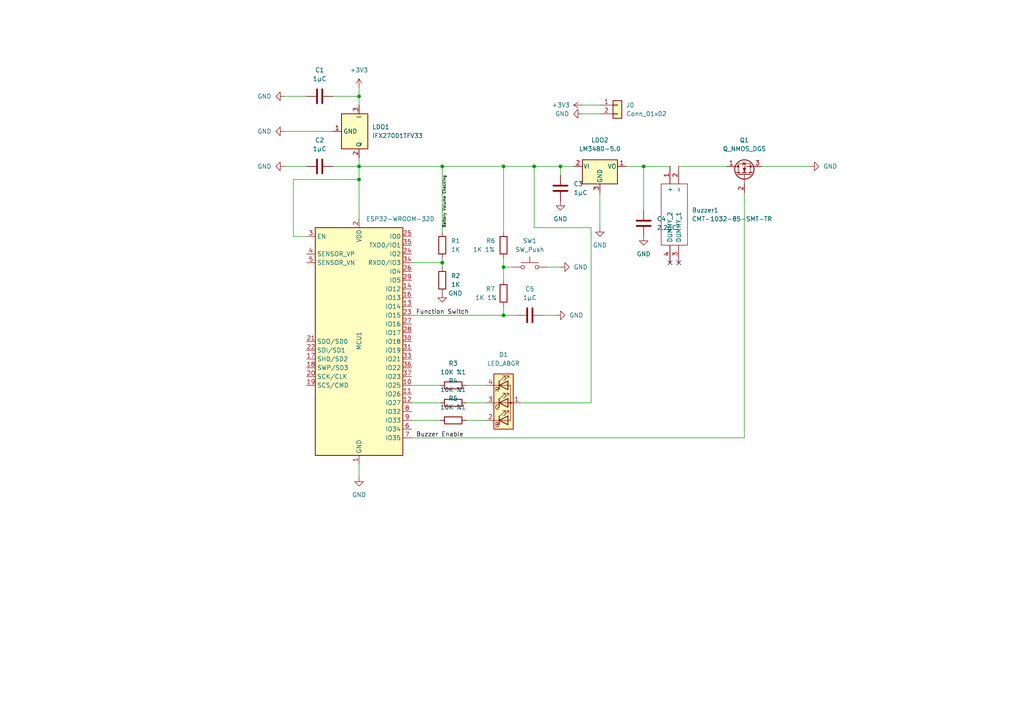
<source format=kicad_sch>
(kicad_sch (version 20211123) (generator eeschema)
  (paper "A4")
  (lib_symbols
    (symbol "CMT-1032-85-SMT-TR:CMT-1032-85-SMT-TR" (pin_names (offset 0.762))
      (property "Reference" "LS" (at 24.13 7.62 0))
      (property "Value" "CMT-1032-85-SMT-TR" (at 24.13 5.08 0))
      (symbol "CMT-1032-85-SMT-TR_0_0"
        (pin passive line (at 27.94 0 180) (length 5.08) (name "+") (number "1"))
        (pin passive line (at 27.94 -2.54 180) (length 5.08) (name "-") (number "2"))
        (pin passive line (at 0 -2.54 0) (length 5.08) (name "DUMMY_1") (number "3"))
        (pin passive line (at 0 0 0) (length 5.08) (name "DUMMY_2") (number "4"))
      )
      (symbol "CMT-1032-85-SMT-TR_0_1"
        (polyline (pts (xy 5.08 2.54) (xy 22.86 2.54) (xy 22.86 -5.08) (xy 5.08 -5.08) (xy 5.08 2.54)) (stroke (width 0.1524)))
      )
    )
    (symbol "Connector_Generic:Conn_01x02" (pin_names (offset 1.016) hide)
      (property "Reference" "J" (at 0 2.54 0))
      (property "Value" "Conn_01x02" (at 0 -5.08 0))
      (symbol "Conn_01x02_1_1"
        (rectangle (start -1.27 -2.413) (end 0 -2.667) (stroke (width 0.1524)))
        (rectangle (start -1.27 0.127) (end 0 -0.127) (stroke (width 0.1524)))
        (rectangle (start -1.27 1.27) (end 1.27 -3.81) (stroke (width 0.254)) (fill (type background)))
        (pin passive line (at -5.08 0 0) (length 3.81) (name "Pin_1") (number "1"))
        (pin passive line (at -5.08 -2.54 0) (length 3.81) (name "Pin_2") (number "2"))
      )
    )
    (symbol "Device:C" (pin_numbers hide) (pin_names (offset 0.254))
      (property "Reference" "C" (at 0.635 2.54 0))
      (property "Value" "C" (at 0.635 -2.54 0))
      (symbol "C_0_1"
        (polyline (pts (xy -2.032 -0.762) (xy 2.032 -0.762)) (stroke (width 0.508)))
        (polyline (pts (xy -2.032 0.762) (xy 2.032 0.762)) (stroke (width 0.508)))
      )
      (symbol "C_1_1"
        (pin passive line (at 0 3.81 270) (length 2.794) (name "~") (number "1"))
        (pin passive line (at 0 -3.81 90) (length 2.794) (name "~") (number "2"))
      )
    )
    (symbol "Device:LED_ABGR" (pin_names (offset 0) hide)
      (property "Reference" "D" (at 0 9.398 0))
      (property "Value" "LED_ABGR" (at 0 -8.89 0))
      (symbol "LED_ABGR_0_0"
        (text "B" (at -1.905 -6.35 0) (effects (font (size 1.27 1.27))))
        (text "G" (at -1.905 -1.27 0) (effects (font (size 1.27 1.27))))
        (text "R" (at -1.905 3.81 0) (effects (font (size 1.27 1.27))))
      )
      (symbol "LED_ABGR_0_1"
        (polyline (pts (xy -1.27 -5.08) (xy -2.54 -5.08)))
        (polyline (pts (xy -1.27 -5.08) (xy 1.27 -5.08)))
        (polyline (pts (xy -1.27 -3.81) (xy -1.27 -6.35)) (stroke (width 0.254)))
        (polyline (pts (xy -1.27 0) (xy -2.54 0)))
        (polyline (pts (xy -1.27 1.27) (xy -1.27 -1.27)) (stroke (width 0.254)))
        (polyline (pts (xy -1.27 5.08) (xy -2.54 5.08)))
        (polyline (pts (xy -1.27 5.08) (xy 1.27 5.08)))
        (polyline (pts (xy -1.27 6.35) (xy -1.27 3.81)) (stroke (width 0.254)))
        (polyline (pts (xy 1.27 0) (xy -1.27 0)))
        (polyline (pts (xy 1.27 0) (xy 2.54 0)))
        (polyline (pts (xy -1.27 1.27) (xy -1.27 -1.27) (xy -1.27 -1.27)))
        (polyline (pts (xy -1.27 6.35) (xy -1.27 3.81) (xy -1.27 3.81)))
        (polyline (pts (xy 1.27 -5.08) (xy 2.032 -5.08) (xy 2.032 5.08) (xy 1.27 5.08)))
        (polyline (pts (xy 1.27 -3.81) (xy 1.27 -6.35) (xy -1.27 -5.08) (xy 1.27 -3.81)) (stroke (width 0.254)))
        (polyline (pts (xy 1.27 1.27) (xy 1.27 -1.27) (xy -1.27 0) (xy 1.27 1.27)) (stroke (width 0.254)))
        (polyline (pts (xy 1.27 6.35) (xy 1.27 3.81) (xy -1.27 5.08) (xy 1.27 6.35)) (stroke (width 0.254)))
        (polyline (pts (xy -1.016 -3.81) (xy 0.508 -2.286) (xy -0.254 -2.286) (xy 0.508 -2.286) (xy 0.508 -3.048)))
        (polyline (pts (xy -1.016 1.27) (xy 0.508 2.794) (xy -0.254 2.794) (xy 0.508 2.794) (xy 0.508 2.032)))
        (polyline (pts (xy -1.016 6.35) (xy 0.508 7.874) (xy -0.254 7.874) (xy 0.508 7.874) (xy 0.508 7.112)))
        (polyline (pts (xy 0 -3.81) (xy 1.524 -2.286) (xy 0.762 -2.286) (xy 1.524 -2.286) (xy 1.524 -3.048)))
        (polyline (pts (xy 0 1.27) (xy 1.524 2.794) (xy 0.762 2.794) (xy 1.524 2.794) (xy 1.524 2.032)))
        (polyline (pts (xy 0 6.35) (xy 1.524 7.874) (xy 0.762 7.874) (xy 1.524 7.874) (xy 1.524 7.112)))
        (rectangle (start 1.27 -1.27) (end 1.27 1.27))
        (rectangle (start 1.27 1.27) (end 1.27 1.27))
        (rectangle (start 1.27 3.81) (end 1.27 6.35))
        (rectangle (start 1.27 6.35) (end 1.27 6.35))
        (circle (center 2.032 0) (radius 0.254) (fill (type outline)))
        (rectangle (start 2.794 8.382) (end -2.794 -7.62) (stroke (width 0.254)) (fill (type background)))
      )
      (symbol "LED_ABGR_1_1"
        (pin passive line (at 5.08 0 180) (length 2.54) (name "A") (number "1"))
        (pin passive line (at -5.08 -5.08 0) (length 2.54) (name "BK") (number "2"))
        (pin passive line (at -5.08 0 0) (length 2.54) (name "GK") (number "3"))
        (pin passive line (at -5.08 5.08 0) (length 2.54) (name "RK") (number "4"))
      )
    )
    (symbol "Device:Q_NMOS_DGS" (pin_names (offset 0) hide)
      (property "Reference" "Q" (at 5.08 1.27 0))
      (property "Value" "Q_NMOS_DGS" (at 5.08 -1.27 0))
      (symbol "Q_NMOS_DGS_0_1"
        (polyline (pts (xy 0.254 0) (xy -2.54 0)))
        (polyline (pts (xy 0.254 1.905) (xy 0.254 -1.905)) (stroke (width 0.254)))
        (polyline (pts (xy 0.762 -1.27) (xy 0.762 -2.286)) (stroke (width 0.254)))
        (polyline (pts (xy 0.762 0.508) (xy 0.762 -0.508)) (stroke (width 0.254)))
        (polyline (pts (xy 0.762 2.286) (xy 0.762 1.27)) (stroke (width 0.254)))
        (polyline (pts (xy 2.54 2.54) (xy 2.54 1.778)))
        (polyline (pts (xy 2.54 -2.54) (xy 2.54 0) (xy 0.762 0)))
        (polyline (pts (xy 0.762 -1.778) (xy 3.302 -1.778) (xy 3.302 1.778) (xy 0.762 1.778)))
        (polyline (pts (xy 1.016 0) (xy 2.032 0.381) (xy 2.032 -0.381) (xy 1.016 0)) (fill (type outline)))
        (polyline (pts (xy 2.794 0.508) (xy 2.921 0.381) (xy 3.683 0.381) (xy 3.81 0.254)))
        (polyline (pts (xy 3.302 0.381) (xy 2.921 -0.254) (xy 3.683 -0.254) (xy 3.302 0.381)))
        (circle (center 1.651 0) (radius 2.794) (stroke (width 0.254)))
        (circle (center 2.54 -1.778) (radius 0.254) (fill (type outline)))
        (circle (center 2.54 1.778) (radius 0.254) (fill (type outline)))
      )
      (symbol "Q_NMOS_DGS_1_1"
        (pin passive line (at 2.54 5.08 270) (length 2.54) (name "D") (number "1"))
        (pin input line (at -5.08 0 0) (length 2.54) (name "G") (number "2"))
        (pin passive line (at 2.54 -5.08 90) (length 2.54) (name "S") (number "3"))
      )
    )
    (symbol "Device:R" (pin_numbers hide) (pin_names (offset 0))
      (property "Reference" "R" (at 2.032 0 90))
      (property "Value" "R" (at 0 0 90))
      (symbol "R_0_1"
        (rectangle (start -1.016 -2.54) (end 1.016 2.54) (stroke (width 0.254)))
      )
      (symbol "R_1_1"
        (pin passive line (at 0 3.81 270) (length 1.27) (name "~") (number "1"))
        (pin passive line (at 0 -3.81 90) (length 1.27) (name "~") (number "2"))
      )
    )
    (symbol "RF_Module:ESP32-WROOM-32D"
      (property "Reference" "U" (at -12.7 34.29 0))
      (property "Value" "ESP32-WROOM-32D" (at 1.27 34.29 0))
      (symbol "ESP32-WROOM-32D_0_1"
        (rectangle (start -12.7 33.02) (end 12.7 -33.02) (stroke (width 0.254)) (fill (type background)))
      )
      (symbol "ESP32-WROOM-32D_1_1"
        (pin power_in line (at 0 -35.56 90) (length 2.54) (name "GND") (number "1"))
        (pin bidirectional line (at 15.24 -12.7 180) (length 2.54) (name "IO25") (number "10"))
        (pin bidirectional line (at 15.24 -15.24 180) (length 2.54) (name "IO26") (number "11"))
        (pin bidirectional line (at 15.24 -17.78 180) (length 2.54) (name "IO27") (number "12"))
        (pin bidirectional line (at 15.24 10.16 180) (length 2.54) (name "IO14") (number "13"))
        (pin bidirectional line (at 15.24 15.24 180) (length 2.54) (name "IO12") (number "14"))
        (pin passive line (at 0 -35.56 90) (length 2.54) hide (name "GND") (number "15"))
        (pin bidirectional line (at 15.24 12.7 180) (length 2.54) (name "IO13") (number "16"))
        (pin bidirectional line (at -15.24 -5.08 0) (length 2.54) (name "SHD/SD2") (number "17"))
        (pin bidirectional line (at -15.24 -7.62 0) (length 2.54) (name "SWP/SD3") (number "18"))
        (pin bidirectional line (at -15.24 -12.7 0) (length 2.54) (name "SCS/CMD") (number "19"))
        (pin power_in line (at 0 35.56 270) (length 2.54) (name "VDD") (number "2"))
        (pin bidirectional line (at -15.24 -10.16 0) (length 2.54) (name "SCK/CLK") (number "20"))
        (pin bidirectional line (at -15.24 0 0) (length 2.54) (name "SDO/SD0") (number "21"))
        (pin bidirectional line (at -15.24 -2.54 0) (length 2.54) (name "SDI/SD1") (number "22"))
        (pin bidirectional line (at 15.24 7.62 180) (length 2.54) (name "IO15") (number "23"))
        (pin bidirectional line (at 15.24 25.4 180) (length 2.54) (name "IO2") (number "24"))
        (pin bidirectional line (at 15.24 30.48 180) (length 2.54) (name "IO0") (number "25"))
        (pin bidirectional line (at 15.24 20.32 180) (length 2.54) (name "IO4") (number "26"))
        (pin bidirectional line (at 15.24 5.08 180) (length 2.54) (name "IO16") (number "27"))
        (pin bidirectional line (at 15.24 2.54 180) (length 2.54) (name "IO17") (number "28"))
        (pin bidirectional line (at 15.24 17.78 180) (length 2.54) (name "IO5") (number "29"))
        (pin input line (at -15.24 30.48 0) (length 2.54) (name "EN") (number "3"))
        (pin bidirectional line (at 15.24 0 180) (length 2.54) (name "IO18") (number "30"))
        (pin bidirectional line (at 15.24 -2.54 180) (length 2.54) (name "IO19") (number "31"))
        (pin no_connect line (at -12.7 -27.94 0) (length 2.54) hide (name "NC") (number "32"))
        (pin bidirectional line (at 15.24 -5.08 180) (length 2.54) (name "IO21") (number "33"))
        (pin bidirectional line (at 15.24 22.86 180) (length 2.54) (name "RXD0/IO3") (number "34"))
        (pin bidirectional line (at 15.24 27.94 180) (length 2.54) (name "TXD0/IO1") (number "35"))
        (pin bidirectional line (at 15.24 -7.62 180) (length 2.54) (name "IO22") (number "36"))
        (pin bidirectional line (at 15.24 -10.16 180) (length 2.54) (name "IO23") (number "37"))
        (pin passive line (at 0 -35.56 90) (length 2.54) hide (name "GND") (number "38"))
        (pin passive line (at 0 -35.56 90) (length 2.54) hide (name "GND") (number "39"))
        (pin input line (at -15.24 25.4 0) (length 2.54) (name "SENSOR_VP") (number "4"))
        (pin input line (at -15.24 22.86 0) (length 2.54) (name "SENSOR_VN") (number "5"))
        (pin input line (at 15.24 -25.4 180) (length 2.54) (name "IO34") (number "6"))
        (pin input line (at 15.24 -27.94 180) (length 2.54) (name "IO35") (number "7"))
        (pin bidirectional line (at 15.24 -20.32 180) (length 2.54) (name "IO32") (number "8"))
        (pin bidirectional line (at 15.24 -22.86 180) (length 2.54) (name "IO33") (number "9"))
      )
    )
    (symbol "Regulator_Linear:IFX27001TFV33"
      (property "Reference" "U" (at 0 6.35 0))
      (property "Value" "IFX27001TFV33" (at 0 3.81 0))
      (symbol "IFX27001TFV33_1_1"
        (rectangle (start -5.08 2.54) (end 5.08 -5.08) (stroke (width 0.254)) (fill (type background)))
        (pin power_in line (at 0 -7.62 90) (length 2.54) (name "GND") (number "1"))
        (pin power_out line (at 7.62 0 180) (length 2.54) (name "Q") (number "2"))
        (pin power_in line (at -7.62 0 0) (length 2.54) (name "I") (number "3"))
      )
    )
    (symbol "Regulator_Linear:LM3480-5.0" (pin_names (offset 0.254))
      (property "Reference" "U" (at -3.81 3.175 0))
      (property "Value" "LM3480-5.0" (at 0 3.175 0))
      (symbol "LM3480-5.0_0_1"
        (rectangle (start -5.08 1.905) (end 5.08 -5.08) (stroke (width 0.254)) (fill (type background)))
      )
      (symbol "LM3480-5.0_1_1"
        (pin power_out line (at 7.62 0 180) (length 2.54) (name "VO") (number "1"))
        (pin power_in line (at -7.62 0 0) (length 2.54) (name "VI") (number "2"))
        (pin power_in line (at 0 -7.62 90) (length 2.54) (name "GND") (number "3"))
      )
    )
    (symbol "Switch:SW_Push" (pin_numbers hide) (pin_names (offset 1.016) hide)
      (property "Reference" "SW" (at 1.27 2.54 0))
      (property "Value" "SW_Push" (at 0 -1.524 0))
      (symbol "SW_Push_0_1"
        (circle (center -2.032 0) (radius 0.508))
        (polyline (pts (xy 0 1.27) (xy 0 3.048)))
        (polyline (pts (xy 2.54 1.27) (xy -2.54 1.27)))
        (circle (center 2.032 0) (radius 0.508))
        (pin passive line (at -5.08 0 0) (length 2.54) (name "1") (number "1"))
        (pin passive line (at 5.08 0 180) (length 2.54) (name "2") (number "2"))
      )
    )
    (symbol "power:+3V3" (power) (pin_names (offset 0))
      (property "Value" "+3V3" (at 0 3.556 0))
      (symbol "+3V3_0_1"
        (polyline (pts (xy -0.762 1.27) (xy 0 2.54)))
        (polyline (pts (xy 0 0) (xy 0 2.54)))
        (polyline (pts (xy 0 2.54) (xy 0.762 1.27)))
      )
      (symbol "+3V3_1_1"
        (pin power_in line (at 0 0 90) (length 0) hide (name "+3V3") (number "1"))
      )
    )
    (symbol "power:GND" (power) (pin_names (offset 0))
      (property "Value" "GND" (at 0 -3.81 0))
      (symbol "GND_0_1"
        (polyline (pts (xy 0 0) (xy 0 -1.27) (xy 1.27 -1.27) (xy 0 -2.54) (xy -1.27 -1.27) (xy 0 -1.27)))
      )
      (symbol "GND_1_1"
        (pin power_in line (at 0 0 270) (length 0) hide (name "GND") (number "1"))
      )
    )
  )
  (junction (at 146.05 91.44))
  (junction (at 154.94 48.26))
  (junction (at 104.14 27.94))
  (junction (at 128.27 76.2))
  (junction (at 104.14 52.07))
  (junction (at 162.56 48.26))
  (junction (at 128.27 48.26))
  (junction (at 104.14 48.26))
  (junction (at 146.05 48.26))
  (junction (at 186.69 48.26))
  (junction (at 146.05 77.47))
  (no_connect (at 196.85 76.2))
  (no_connect (at 194.31 76.2))
  (wire (pts (xy 128.27 48.26) (xy 128.27 67.31)))
  (wire (pts (xy 119.38 76.2) (xy 128.27 76.2)))
  (wire (pts (xy 215.9 55.88) (xy 215.9 127)))
  (wire (pts (xy 154.94 66.04) (xy 154.94 48.26)))
  (wire (pts (xy 104.14 52.07) (xy 85.09 52.07)))
  (wire (pts (xy 146.05 77.47) (xy 146.05 81.28)))
  (wire (pts (xy 135.255 121.92) (xy 140.97 121.92)))
  (wire (pts (xy 146.05 77.47) (xy 148.59 77.47)))
  (wire (pts (xy 146.05 88.9) (xy 146.05 91.44)))
  (wire (pts (xy 119.38 127) (xy 215.9 127)))
  (wire (pts (xy 128.27 74.93) (xy 128.27 76.2)))
  (wire (pts (xy 104.14 48.26) (xy 104.14 52.07)))
  (wire (pts (xy 82.55 38.1) (xy 96.52 38.1)))
  (wire (pts (xy 146.05 48.26) (xy 154.94 48.26)))
  (wire (pts (xy 104.14 27.94) (xy 104.14 30.48)))
  (wire (pts (xy 85.09 52.07) (xy 85.09 68.58)))
  (wire (pts (xy 171.45 66.04) (xy 154.94 66.04)))
  (wire (pts (xy 186.69 48.26) (xy 194.31 48.26)))
  (wire (pts (xy 157.48 91.44) (xy 161.29 91.44)))
  (wire (pts (xy 119.38 111.76) (xy 127.635 111.76)))
  (wire (pts (xy 96.52 27.94) (xy 104.14 27.94)))
  (wire (pts (xy 146.05 74.93) (xy 146.05 77.47)))
  (wire (pts (xy 173.99 55.88) (xy 173.99 66.04)))
  (wire (pts (xy 181.61 48.26) (xy 186.69 48.26)))
  (wire (pts (xy 104.14 45.72) (xy 104.14 48.26)))
  (wire (pts (xy 85.09 68.58) (xy 88.9 68.58)))
  (wire (pts (xy 168.91 33.02) (xy 173.99 33.02)))
  (wire (pts (xy 128.27 76.2) (xy 128.27 77.47)))
  (wire (pts (xy 104.14 48.26) (xy 128.27 48.26)))
  (wire (pts (xy 158.75 77.47) (xy 162.56 77.47)))
  (wire (pts (xy 135.255 116.84) (xy 140.97 116.84)))
  (wire (pts (xy 168.91 30.48) (xy 173.99 30.48)))
  (wire (pts (xy 104.14 134.62) (xy 104.14 138.43)))
  (wire (pts (xy 196.85 48.26) (xy 210.82 48.26)))
  (wire (pts (xy 82.55 27.94) (xy 88.9 27.94)))
  (wire (pts (xy 162.56 48.26) (xy 166.37 48.26)))
  (wire (pts (xy 146.05 91.44) (xy 149.86 91.44)))
  (wire (pts (xy 119.38 121.92) (xy 127.635 121.92)))
  (wire (pts (xy 220.98 48.26) (xy 234.95 48.26)))
  (wire (pts (xy 154.94 48.26) (xy 162.56 48.26)))
  (wire (pts (xy 171.45 116.84) (xy 171.45 66.04)))
  (wire (pts (xy 135.255 111.76) (xy 140.97 111.76)))
  (wire (pts (xy 88.9 48.26) (xy 82.55 48.26)))
  (wire (pts (xy 146.05 48.26) (xy 146.05 67.31)))
  (wire (pts (xy 104.14 25.4) (xy 104.14 27.94)))
  (wire (pts (xy 96.52 48.26) (xy 104.14 48.26)))
  (wire (pts (xy 128.27 48.26) (xy 146.05 48.26)))
  (wire (pts (xy 119.38 116.84) (xy 127.635 116.84)))
  (wire (pts (xy 186.69 48.26) (xy 186.69 60.96)))
  (wire (pts (xy 151.13 116.84) (xy 171.45 116.84)))
  (wire (pts (xy 104.14 52.07) (xy 104.14 63.5)))
  (wire (pts (xy 119.38 91.44) (xy 146.05 91.44)))
  (wire (pts (xy 162.56 48.26) (xy 162.56 50.8)))
  (label "Buzzer Enable" (at 120.65 127 0))
  (label "Battery Volume Checking" (at 129.54 66.04 90) (effects (font (size 0.8 0.8))))
  (label "Function Switch" (at 120.65 91.44 0))
  (symbol (lib_id "Device:R") (at 128.27 71.12 0) (unit 1)
    (property "Reference" "R1" (at 130.81 69.8499 0) (effects (justify left)))
    (property "Value" "1K" (at 130.81 72.3899 0) (effects (justify left)))
    (property "Footprint" "Resistor_SMD:R_0603_1608Metric" (effects hide))
  )
  (symbol (lib_id "Device:R") (at 128.27 81.28 180) (unit 1)
    (property "Reference" "R2" (at 130.81 80.0099 0) (effects (justify right)))
    (property "Value" "1K" (at 130.81 82.5499 0) (effects (justify right)))
    (property "Footprint" "Resistor_SMD:R_0603_1608Metric" (effects hide))
  )
  (symbol (lib_id "Device:C") (at 92.71 48.26 90) (unit 1)
    (property "Reference" "C2" (at 92.71 40.64 90))
    (property "Value" "1μC" (at 92.71 43.18 90))
    (property "Footprint" "Capacitor_SMD:C_0603_1608Metric" (effects hide))
  )
  (symbol (lib_id "Device:R") (at 131.445 121.92 90) (unit 1)
    (property "Reference" "R5" (at 131.445 115.57 90))
    (property "Value" "10K %1" (at 131.445 118.11 90))
    (property "Footprint" "Resistor_SMD:R_0603_1608Metric" (effects hide))
  )
  (symbol (lib_id "power:GND") (at 162.56 58.42 0) (unit 1)
    (property "Reference" "#PWR0109" (effects hide))
    (property "Value" "GND" (at 162.56 63.5 0))
  )
  (symbol (lib_id "power:GND") (at 168.91 33.02 270) (unit 1)
    (property "Reference" "#PWR0114" (effects hide))
    (property "Value" "GND" (at 165.1 33.0199 90) (effects (justify right)))
  )
  (symbol (lib_id "Device:R") (at 131.445 111.76 90) (unit 1)
    (property "Reference" "R3" (at 131.445 105.41 90))
    (property "Value" "10K %1" (at 131.445 107.95 90))
    (property "Footprint" "Resistor_SMD:R_0603_1608Metric" (effects hide))
  )
  (symbol (lib_id "Connector_Generic:Conn_01x02") (at 179.07 30.48 0) (unit 1)
    (property "Reference" "J0" (at 181.61 30.4799 0) (effects (justify left)))
    (property "Value" "Conn_01x02" (at 181.61 33.0199 0) (effects (justify left)))
    (property "Footprint" "Connector_PinHeader_1.00mm:PinHeader_1x02_P1.00mm_Horizontal" (effects hide))
  )
  (symbol (lib_id "Device:C") (at 153.67 91.44 270) (unit 1)
    (property "Reference" "C5" (at 153.67 83.82 90))
    (property "Value" "1μC" (at 153.67 86.36 90))
    (property "Footprint" "Capacitor_SMD:C_0603_1608Metric" (effects hide))
  )
  (symbol (lib_id "Device:C") (at 186.69 64.77 0) (unit 1)
    (property "Reference" "C4" (at 190.5 63.4999 0) (effects (justify left)))
    (property "Value" "2.2μC" (at 190.5 66.0399 0) (effects (justify left)))
    (property "Footprint" "Capacitor_SMD:C_0603_1608Metric" (effects hide))
  )
  (symbol (lib_id "Switch:SW_Push") (at 153.67 77.47 0) (unit 1)
    (property "Reference" "SW1" (at 153.67 69.85 0))
    (property "Value" "SW_Push" (at 153.67 72.39 0))
    (property "Footprint" "Button_Switch_THT:SW_PUSH_6mm" (effects hide))
  )
  (symbol (lib_id "Regulator_Linear:LM3480-5.0") (at 173.99 48.26 0) (unit 1)
    (property "Reference" "LDO2" (at 173.99 40.64 0))
    (property "Value" "LM3480-5.0" (at 173.99 43.18 0))
    (property "Footprint" "Package_TO_SOT_SMD:SOT-23" (effects hide))
    (property "Datasheet" "http://www.ti.com/lit/ds/symlink/lm3480.pdf" (effects hide))
  )
  (symbol (lib_id "power:+3V3") (at 168.91 30.48 90) (unit 1)
    (property "Reference" "#PWR0102" (effects hide))
    (property "Value" "+3V3" (at 160.02 30.48 90) (effects (justify right)))
  )
  (symbol (lib_id "Device:R") (at 146.05 85.09 0) (unit 1)
    (property "Reference" "R7" (at 142.24 83.82 0))
    (property "Value" "1K 1%" (at 140.97 86.36 0))
    (property "Footprint" "Resistor_SMD:R_0603_1608Metric" (effects hide))
  )
  (symbol (lib_id "power:GND") (at 161.29 91.44 90) (unit 1)
    (property "Reference" "#PWR0101" (effects hide))
    (property "Value" "GND" (at 165.1 91.4399 90) (effects (justify right)))
  )
  (symbol (lib_id "power:GND") (at 186.69 68.58 0) (unit 1)
    (property "Reference" "#PWR0110" (effects hide))
    (property "Value" "GND" (at 186.69 73.66 0))
  )
  (symbol (lib_id "power:GND") (at 162.56 77.47 90) (unit 1)
    (property "Reference" "#PWR0103" (effects hide))
    (property "Value" "GND" (at 166.37 77.4699 90) (effects (justify right)))
  )
  (symbol (lib_id "power:GND") (at 234.95 48.26 90) (unit 1)
    (property "Reference" "#PWR0112" (effects hide))
    (property "Value" "GND" (at 238.76 48.2599 90) (effects (justify right)))
  )
  (symbol (lib_id "Device:C") (at 92.71 27.94 90) (unit 1)
    (property "Reference" "C1" (at 92.71 20.32 90))
    (property "Value" "1μC" (at 92.71 22.86 90))
    (property "Footprint" "Capacitor_SMD:C_0603_1608Metric" (effects hide))
  )
  (symbol (lib_id "Regulator_Linear:IFX27001TFV33") (at 104.14 38.1 270) (unit 1)
    (property "Reference" "LDO1" (at 107.95 36.8299 90) (effects (justify left)))
    (property "Value" "IFX27001TFV33" (at 107.95 39.3699 90) (effects (justify left)))
    (property "Footprint" "Package_TO_SOT_SMD:TO-252-3_TabPin2" (effects hide))
    (property "Datasheet" "https://static6.arrow.com/aropdfconversion/dc75757ae45a88e5f69bdce3f2a651a5fe0ca07d/ifx27001_ds_10.pdf" (effects hide))
  )
  (symbol (lib_id "power:+3V3") (at 104.14 25.4 0) (unit 1)
    (property "Reference" "#PWR0106" (effects hide))
    (property "Value" "+3V3" (at 104.14 20.32 0))
  )
  (symbol (lib_id "power:GND") (at 82.55 48.26 270) (unit 1)
    (property "Reference" "#PWR0107" (effects hide))
    (property "Value" "GND" (at 78.74 48.2599 90) (effects (justify right)))
  )
  (symbol (lib_id "Device:LED_ABGR") (at 146.05 116.84 0) (unit 1)
    (property "Reference" "D1" (at 146.05 102.87 0))
    (property "Value" "LED_ABGR" (at 146.05 105.41 0))
    (property "Footprint" "LED_SMD:LED_RGB_Wuerth-PLCC4_3.2x2.8mm_150141M173100" (effects hide))
  )
  (symbol (lib_id "Device:Q_NMOS_DGS") (at 215.9 50.8 90) (unit 1)
    (property "Reference" "Q1" (at 215.9 40.64 90))
    (property "Value" "Q_NMOS_DGS" (at 215.9 43.18 90))
    (property "Footprint" "Package_TO_SOT_SMD:SOT-23" (effects hide))
  )
  (symbol (lib_id "Device:C") (at 162.56 54.61 0) (unit 1)
    (property "Reference" "C3" (at 166.37 53.3399 0) (effects (justify left)))
    (property "Value" "1μC" (at 166.37 55.8799 0) (effects (justify left)))
    (property "Footprint" "Capacitor_SMD:C_0603_1608Metric" (effects hide))
  )
  (symbol (lib_id "power:GND") (at 104.14 138.43 0) (unit 1)
    (property "Reference" "#PWR0104" (effects hide))
    (property "Value" "GND" (at 104.14 143.51 0))
  )
  (symbol (lib_id "RF_Module:ESP32-WROOM-32D") (at 104.14 99.06 0) (unit 1)
    (property "Reference" "MCU1" (at 104.14 101.6 90) (effects (justify left)))
    (property "Value" "ESP32-WROOM-32D" (at 106.1594 63.5 0) (effects (justify left)))
    (property "Footprint" "RF_Module:ESP32-WROOM-32" (effects hide))
    (property "Datasheet" "https://www.espressif.com/sites/default/files/documentation/esp32-wroom-32d_esp32-wroom-32u_datasheet_en.pdf" (effects hide))
  )
  (symbol (lib_id "Device:R") (at 131.445 116.84 90) (unit 1)
    (property "Reference" "R4" (at 131.445 110.49 90))
    (property "Value" "10K %1" (at 131.445 113.03 90))
    (property "Footprint" "Resistor_SMD:R_0603_1608Metric" (effects hide))
  )
  (symbol (lib_id "power:GND") (at 82.55 38.1 270) (unit 1)
    (property "Reference" "#PWR0108" (effects hide))
    (property "Value" "GND" (at 78.74 38.0999 90) (effects (justify right)))
  )
  (symbol (lib_id "power:GND") (at 128.27 85.09 0) (unit 1)
    (property "Reference" "#PWR01" (effects hide))
    (property "Value" "GND" (at 132.08 85.09 0))
  )
  (symbol (lib_id "Device:R") (at 146.05 71.12 180) (unit 1)
    (property "Reference" "R6" (at 140.97 69.85 0) (effects (justify right)))
    (property "Value" "1K 1%" (at 137.16 72.39 0) (effects (justify right)))
    (property "Footprint" "Resistor_SMD:R_0603_1608Metric" (effects hide))
  )
  (symbol (lib_id "CMT-1032-85-SMT-TR:CMT-1032-85-SMT-TR") (at 194.31 76.2 90) (unit 1)
    (property "Reference" "Buzzer1" (at 200.66 60.9599 90) (effects (justify right)))
    (property "Value" "CMT-1032-85-SMT-TR" (at 200.66 63.4999 90) (effects (justify right)))
    (property "Footprint" "SamacSys_Parts:CMT103285SMTTR" (effects hide))
    (property "Datasheet" "https://datasheet.datasheetarchive.com/originals/distributors/Datasheets_SAMA/afa1278b080ae5674de77097152a5711.pdf" (effects hide))
    (property "Description" "Speakers & Transducers buzzer, 10 mm, 3.2 mm deep, M, 5 V, 85 dB, Surface Mount (SMT), Audio Transducer" (effects hide))
    (property "Height" "3.8" (effects hide))
    (property "Manufacturer_Name" "CUI Inc." (effects hide))
    (property "Manufacturer_Part_Number" "CMT-1032-85-SMT-TR" (effects hide))
    (property "Mouser Part Number" "490-CMT-1032-85SMTTR" (effects hide))
    (property "Mouser Price/Stock" "https://www.mouser.co.uk/ProductDetail/CUI-Devices/CMT-1032-85-SMT-TR?qs=P1JMDcb91o7okMZ5MHxvIw%3D%3D" (effects hide))
  )
  (symbol (lib_id "power:GND") (at 173.99 66.04 0) (unit 1)
    (property "Reference" "#PWR0111" (effects hide))
    (property "Value" "GND" (at 173.99 71.12 0))
  )
  (symbol (lib_id "power:GND") (at 82.55 27.94 270) (unit 1)
    (property "Reference" "#PWR0105" (effects hide))
    (property "Value" "GND" (at 78.74 27.9399 90) (effects (justify right)))
  )
)
</source>
